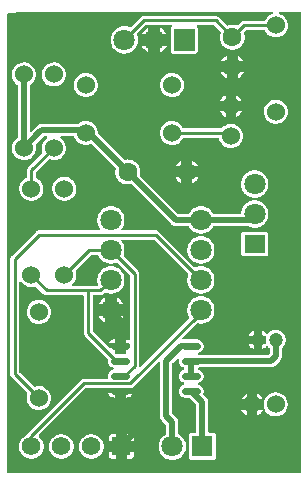
<source format=gbl>
G04 Layer: BottomLayer*
G04 EasyEDA v6.4.31, 2022-01-29 23:58:21*
G04 2823f7ec020141a2b4db78c869935daf,00a5ad12733442db97615573759eb5db,10*
G04 Gerber Generator version 0.2*
G04 Scale: 100 percent, Rotated: No, Reflected: No *
G04 Dimensions in millimeters *
G04 leading zeros omitted , absolute positions ,4 integer and 5 decimal *
%FSLAX45Y45*%
%MOMM*%

%ADD10C,0.2540*%
%ADD11C,0.5000*%
%ADD12C,1.6000*%
%ADD13C,1.8000*%
%ADD14R,1.8000X1.5748*%
%ADD15R,1.8000X1.8000*%
%ADD16C,1.2000*%
%ADD17C,1.5240*%
%ADD18R,1.5748X1.5748*%
%ADD19C,1.5748*%
%ADD20C,0.6000*%

%LPD*%
G36*
X36068Y50800D02*
G01*
X32156Y51562D01*
X28905Y53797D01*
X26670Y57048D01*
X25908Y60960D01*
X25908Y3939540D01*
X26670Y3943451D01*
X28905Y3946702D01*
X32156Y3948937D01*
X36068Y3949700D01*
X100584Y3949700D01*
X101396Y3950258D01*
X101701Y3954576D01*
X103784Y3958386D01*
X107238Y3960977D01*
X111455Y3961892D01*
X2265070Y3961892D01*
X2269134Y3961028D01*
X2272487Y3958640D01*
X2274671Y3955135D01*
X2275179Y3951020D01*
X2274062Y3947007D01*
X2271420Y3943807D01*
X2267762Y3941927D01*
X2265222Y3941216D01*
X2252675Y3935933D01*
X2240940Y3928973D01*
X2230221Y3920490D01*
X2220722Y3910685D01*
X2212644Y3899712D01*
X2206599Y3888689D01*
X2204313Y3885895D01*
X2201214Y3884066D01*
X2197709Y3883406D01*
X2031187Y3883406D01*
X2023160Y3882593D01*
X2015947Y3880408D01*
X2009292Y3876852D01*
X2003043Y3871722D01*
X1977389Y3846118D01*
X1974342Y3843985D01*
X1970684Y3843121D01*
X1966975Y3843680D01*
X1957781Y3846779D01*
X1944217Y3849471D01*
X1930400Y3850386D01*
X1916582Y3849471D01*
X1903018Y3846779D01*
X1893824Y3843680D01*
X1890115Y3843121D01*
X1886457Y3843985D01*
X1883359Y3846118D01*
X1816303Y3913124D01*
X1810105Y3918254D01*
X1803400Y3921810D01*
X1796186Y3923995D01*
X1788160Y3924808D01*
X1181608Y3924808D01*
X1173581Y3923995D01*
X1166368Y3921810D01*
X1159662Y3918254D01*
X1153464Y3913124D01*
X1070711Y3830421D01*
X1067460Y3828237D01*
X1063650Y3827424D01*
X1059789Y3828135D01*
X1051814Y3831336D01*
X1037691Y3834942D01*
X1023264Y3836771D01*
X1008735Y3836771D01*
X994308Y3834942D01*
X980186Y3831336D01*
X966673Y3825951D01*
X953922Y3818940D01*
X942136Y3810406D01*
X931519Y3800449D01*
X922223Y3789222D01*
X914450Y3776929D01*
X908253Y3763772D01*
X903732Y3749903D01*
X901039Y3735628D01*
X900125Y3721100D01*
X901039Y3706571D01*
X903732Y3692296D01*
X908253Y3678428D01*
X914450Y3665270D01*
X922223Y3652977D01*
X931519Y3641750D01*
X942136Y3631793D01*
X953922Y3623259D01*
X966673Y3616248D01*
X980186Y3610864D01*
X994308Y3607257D01*
X1008735Y3605428D01*
X1023264Y3605428D01*
X1037691Y3607257D01*
X1051814Y3610864D01*
X1065326Y3616248D01*
X1078077Y3623259D01*
X1089863Y3631793D01*
X1100480Y3641750D01*
X1109776Y3652977D01*
X1117549Y3665270D01*
X1123746Y3678428D01*
X1128268Y3692296D01*
X1130960Y3706571D01*
X1131874Y3721100D01*
X1130960Y3735628D01*
X1128268Y3749903D01*
X1123746Y3763772D01*
X1122476Y3768445D01*
X1123188Y3772509D01*
X1125423Y3775964D01*
X1194104Y3844594D01*
X1197406Y3846829D01*
X1201318Y3847592D01*
X1222044Y3847592D01*
X1225397Y3846931D01*
X1228801Y3847592D01*
X1311198Y3847592D01*
X1314602Y3846931D01*
X1317955Y3847592D01*
X1409649Y3847592D01*
X1413510Y3846829D01*
X1416812Y3844594D01*
X1419047Y3841343D01*
X1419809Y3837432D01*
X1419047Y3833520D01*
X1416812Y3830269D01*
X1413814Y3827221D01*
X1410716Y3822293D01*
X1408785Y3816858D01*
X1408074Y3810508D01*
X1408074Y3631692D01*
X1408785Y3625342D01*
X1410716Y3619906D01*
X1413814Y3614978D01*
X1417878Y3610914D01*
X1422806Y3607815D01*
X1428242Y3605885D01*
X1434592Y3605174D01*
X1613408Y3605174D01*
X1619758Y3605885D01*
X1625193Y3607815D01*
X1630121Y3610914D01*
X1634185Y3614978D01*
X1637283Y3619906D01*
X1639214Y3625342D01*
X1639925Y3631692D01*
X1639925Y3810508D01*
X1639214Y3816858D01*
X1637283Y3822293D01*
X1634185Y3827221D01*
X1631188Y3830269D01*
X1628952Y3833520D01*
X1628190Y3837432D01*
X1628952Y3841343D01*
X1631188Y3844594D01*
X1634489Y3846829D01*
X1638350Y3847592D01*
X1768449Y3847592D01*
X1772361Y3846829D01*
X1775663Y3844594D01*
X1828800Y3791508D01*
X1830882Y3788410D01*
X1831746Y3784752D01*
X1831238Y3781044D01*
X1828139Y3771900D01*
X1825396Y3758336D01*
X1824532Y3744518D01*
X1825396Y3730701D01*
X1828139Y3717086D01*
X1832559Y3703980D01*
X1838706Y3691534D01*
X1846376Y3680053D01*
X1855520Y3669639D01*
X1865934Y3660495D01*
X1877466Y3652824D01*
X1889861Y3646678D01*
X1903018Y3642207D01*
X1916582Y3639515D01*
X1930400Y3638600D01*
X1944217Y3639515D01*
X1957781Y3642207D01*
X1970938Y3646678D01*
X1983333Y3652824D01*
X1994865Y3660495D01*
X2005279Y3669639D01*
X2014423Y3680053D01*
X2022093Y3691534D01*
X2028240Y3703980D01*
X2032660Y3717086D01*
X2035403Y3730701D01*
X2036267Y3744518D01*
X2035403Y3758336D01*
X2032660Y3771900D01*
X2029561Y3781044D01*
X2029053Y3784752D01*
X2029917Y3788410D01*
X2032000Y3791508D01*
X2043734Y3803192D01*
X2047036Y3805428D01*
X2050897Y3806190D01*
X2197862Y3806190D01*
X2201621Y3805478D01*
X2204821Y3803396D01*
X2207056Y3800297D01*
X2209190Y3795725D01*
X2216505Y3784244D01*
X2225294Y3773830D01*
X2235454Y3764686D01*
X2246680Y3756964D01*
X2258822Y3750818D01*
X2271725Y3746347D01*
X2285085Y3743604D01*
X2298700Y3742690D01*
X2312314Y3743604D01*
X2325674Y3746347D01*
X2338578Y3750818D01*
X2350719Y3756964D01*
X2361946Y3764686D01*
X2372106Y3773830D01*
X2380894Y3784244D01*
X2388209Y3795725D01*
X2393950Y3808120D01*
X2398014Y3821125D01*
X2400249Y3834587D01*
X2400706Y3848201D01*
X2399385Y3861765D01*
X2396185Y3875024D01*
X2391308Y3887774D01*
X2384755Y3899712D01*
X2376678Y3910685D01*
X2367178Y3920490D01*
X2356459Y3928973D01*
X2344724Y3935933D01*
X2332177Y3941216D01*
X2329637Y3941927D01*
X2325979Y3943807D01*
X2323338Y3947007D01*
X2322220Y3951020D01*
X2322728Y3955135D01*
X2324912Y3958640D01*
X2328265Y3961028D01*
X2332329Y3961892D01*
X2503932Y3961892D01*
X2507843Y3961129D01*
X2511094Y3958894D01*
X2513330Y3955643D01*
X2514092Y3951732D01*
X2514092Y67208D01*
X2513330Y63296D01*
X2511094Y59994D01*
X2504897Y53797D01*
X2501595Y51562D01*
X2497683Y50800D01*
G37*

%LPC*%
G36*
X1586992Y163474D02*
G01*
X1765807Y163474D01*
X1772157Y164185D01*
X1777593Y166116D01*
X1782521Y169214D01*
X1786585Y173278D01*
X1789684Y178206D01*
X1791614Y183642D01*
X1792325Y189992D01*
X1792325Y368808D01*
X1791614Y375158D01*
X1789684Y380593D01*
X1786585Y385521D01*
X1782521Y389585D01*
X1777593Y392684D01*
X1772157Y394614D01*
X1765807Y395325D01*
X1737461Y395325D01*
X1733600Y396087D01*
X1730298Y398272D01*
X1728063Y401574D01*
X1727301Y405485D01*
X1727301Y655370D01*
X1727098Y660044D01*
X1726539Y664413D01*
X1725574Y668782D01*
X1724253Y672998D01*
X1722526Y677113D01*
X1720494Y681024D01*
X1718106Y684784D01*
X1715414Y688340D01*
X1712264Y691743D01*
X1686610Y717397D01*
X1684324Y720801D01*
X1683613Y724865D01*
X1687728Y739597D01*
X1688592Y749300D01*
X1687728Y759002D01*
X1685188Y768400D01*
X1681073Y777240D01*
X1675485Y785215D01*
X1668627Y792073D01*
X1660652Y797661D01*
X1651812Y801776D01*
X1647393Y802995D01*
X1643481Y805027D01*
X1640789Y808482D01*
X1639874Y812800D01*
X1640789Y817118D01*
X1643481Y820572D01*
X1647393Y822604D01*
X1651812Y823823D01*
X1660652Y827938D01*
X1668627Y833526D01*
X1675485Y840384D01*
X1681073Y848360D01*
X1685188Y857199D01*
X1687728Y866597D01*
X1688592Y876300D01*
X1687728Y886002D01*
X1685188Y895400D01*
X1681073Y904240D01*
X1675485Y912215D01*
X1668627Y919073D01*
X1660652Y924661D01*
X1651812Y928776D01*
X1647393Y929995D01*
X1643481Y932027D01*
X1640789Y935482D01*
X1639874Y939800D01*
X1640789Y944118D01*
X1643481Y947572D01*
X1647393Y949604D01*
X1653184Y951433D01*
X1657451Y952398D01*
X2260396Y952398D01*
X2265019Y952601D01*
X2269439Y953160D01*
X2273757Y954125D01*
X2278024Y955446D01*
X2282088Y957173D01*
X2286050Y959205D01*
X2289810Y961593D01*
X2293315Y964285D01*
X2296769Y967435D01*
X2334514Y1005230D01*
X2338019Y1009091D01*
X2340356Y1012190D01*
X2343048Y1016406D01*
X2344826Y1019860D01*
X2346706Y1024483D01*
X2347874Y1028192D01*
X2348890Y1033068D01*
X2349398Y1036929D01*
X2349601Y1042111D01*
X2348992Y1107490D01*
X2349449Y1110589D01*
X2350871Y1113434D01*
X2362403Y1124864D01*
X2369769Y1134668D01*
X2375611Y1145438D01*
X2379929Y1156919D01*
X2382520Y1168857D01*
X2383383Y1181100D01*
X2382520Y1193342D01*
X2379929Y1205280D01*
X2375611Y1216761D01*
X2369769Y1227531D01*
X2362403Y1237335D01*
X2353767Y1246022D01*
X2343912Y1253337D01*
X2333193Y1259230D01*
X2321712Y1263497D01*
X2309723Y1266088D01*
X2297480Y1267002D01*
X2285288Y1266088D01*
X2273300Y1263497D01*
X2261819Y1259230D01*
X2251049Y1253337D01*
X2241245Y1246022D01*
X2232609Y1237335D01*
X2230628Y1234694D01*
X2227884Y1232204D01*
X2224379Y1230833D01*
X2220620Y1230833D01*
X2217115Y1232204D01*
X2214372Y1234694D01*
X2212390Y1237335D01*
X2203754Y1246022D01*
X2193950Y1253337D01*
X2183841Y1258874D01*
X2183841Y1217472D01*
X2205126Y1217472D01*
X2209495Y1216456D01*
X2213051Y1213662D01*
X2215032Y1209649D01*
X2215083Y1205128D01*
X2212492Y1193342D01*
X2211628Y1181100D01*
X2212492Y1168857D01*
X2215083Y1157071D01*
X2215032Y1152550D01*
X2213051Y1148537D01*
X2209495Y1145743D01*
X2205126Y1144727D01*
X2183841Y1144727D01*
X2183841Y1103325D01*
X2193950Y1108862D01*
X2203754Y1116177D01*
X2212390Y1124864D01*
X2214372Y1127506D01*
X2217115Y1129995D01*
X2220620Y1131366D01*
X2224379Y1131366D01*
X2227884Y1129995D01*
X2230628Y1127506D01*
X2232609Y1124864D01*
X2241245Y1116177D01*
X2245309Y1112570D01*
X2246680Y1109827D01*
X2247188Y1106779D01*
X2247544Y1066546D01*
X2246782Y1062634D01*
X2244598Y1059281D01*
X2242464Y1057198D01*
X2239213Y1054963D01*
X2235301Y1054201D01*
X1657451Y1054201D01*
X1653184Y1055166D01*
X1647393Y1056995D01*
X1643481Y1059027D01*
X1640789Y1062482D01*
X1639874Y1066800D01*
X1640789Y1071118D01*
X1643481Y1074572D01*
X1647393Y1076604D01*
X1651812Y1077823D01*
X1660652Y1081938D01*
X1668627Y1087526D01*
X1675485Y1094384D01*
X1681073Y1102360D01*
X1685188Y1111199D01*
X1687728Y1120597D01*
X1688592Y1130300D01*
X1687728Y1140002D01*
X1685188Y1149400D01*
X1681073Y1158240D01*
X1675485Y1166215D01*
X1668627Y1173073D01*
X1660652Y1178661D01*
X1651812Y1182776D01*
X1642414Y1185316D01*
X1632254Y1186230D01*
X1533144Y1186230D01*
X1522984Y1185316D01*
X1521307Y1184859D01*
X1516888Y1184656D01*
X1512824Y1186332D01*
X1509877Y1189583D01*
X1508556Y1193800D01*
X1509115Y1198168D01*
X1511452Y1201877D01*
X1629054Y1319428D01*
X1631899Y1321460D01*
X1635302Y1322374D01*
X1638757Y1322070D01*
X1642008Y1321257D01*
X1656435Y1319428D01*
X1670964Y1319428D01*
X1685391Y1321257D01*
X1699514Y1324864D01*
X1713026Y1330248D01*
X1725777Y1337259D01*
X1737563Y1345793D01*
X1748180Y1355750D01*
X1757476Y1366977D01*
X1765249Y1379270D01*
X1771446Y1392428D01*
X1775968Y1406296D01*
X1778660Y1420571D01*
X1779574Y1435100D01*
X1778660Y1449628D01*
X1775968Y1463903D01*
X1771446Y1477772D01*
X1765249Y1490929D01*
X1757476Y1503222D01*
X1748180Y1514449D01*
X1737563Y1524406D01*
X1725777Y1532940D01*
X1713026Y1539951D01*
X1699514Y1545336D01*
X1685391Y1548942D01*
X1670964Y1550771D01*
X1656435Y1550771D01*
X1642008Y1548942D01*
X1627886Y1545336D01*
X1614373Y1539951D01*
X1601622Y1532940D01*
X1589836Y1524406D01*
X1579219Y1514449D01*
X1569923Y1503222D01*
X1562150Y1490929D01*
X1555953Y1477772D01*
X1551432Y1463903D01*
X1548739Y1449628D01*
X1547825Y1435100D01*
X1548739Y1420571D01*
X1551432Y1406296D01*
X1555953Y1392428D01*
X1562150Y1379270D01*
X1564589Y1375410D01*
X1565910Y1372260D01*
X1566113Y1368856D01*
X1565198Y1365554D01*
X1563217Y1362760D01*
X1158849Y958443D01*
X1155598Y956259D01*
X1151686Y955497D01*
X1147775Y956259D01*
X1144524Y958443D01*
X1142288Y961745D01*
X1141526Y965657D01*
X1141526Y1741373D01*
X1140714Y1749399D01*
X1138529Y1756613D01*
X1134973Y1763318D01*
X1129842Y1769516D01*
X1011123Y1888236D01*
X1008887Y1891690D01*
X1008176Y1895754D01*
X1009446Y1900428D01*
X1013968Y1914296D01*
X1016660Y1928571D01*
X1017574Y1943100D01*
X1016660Y1957628D01*
X1013968Y1971903D01*
X1009446Y1985772D01*
X1003249Y1998929D01*
X995476Y2011222D01*
X992428Y2014880D01*
X990600Y2018182D01*
X990142Y2021992D01*
X991057Y2025650D01*
X993343Y2028748D01*
X996543Y2030780D01*
X1000252Y2031492D01*
X1262481Y2031492D01*
X1266393Y2030730D01*
X1269695Y2028494D01*
X1554276Y1743964D01*
X1556512Y1740509D01*
X1557223Y1736445D01*
X1555953Y1731772D01*
X1551432Y1717903D01*
X1548739Y1703628D01*
X1547825Y1689100D01*
X1548739Y1674571D01*
X1551432Y1660296D01*
X1555953Y1646428D01*
X1562150Y1633270D01*
X1569923Y1620977D01*
X1579219Y1609750D01*
X1589836Y1599793D01*
X1601622Y1591259D01*
X1614373Y1584248D01*
X1627886Y1578864D01*
X1642008Y1575257D01*
X1656435Y1573428D01*
X1670964Y1573428D01*
X1685391Y1575257D01*
X1699514Y1578864D01*
X1713026Y1584248D01*
X1725777Y1591259D01*
X1737563Y1599793D01*
X1748180Y1609750D01*
X1757476Y1620977D01*
X1765249Y1633270D01*
X1771446Y1646428D01*
X1775968Y1660296D01*
X1778660Y1674571D01*
X1779574Y1689100D01*
X1778660Y1703628D01*
X1775968Y1717903D01*
X1771446Y1731772D01*
X1765249Y1744929D01*
X1757476Y1757222D01*
X1748180Y1768449D01*
X1737563Y1778406D01*
X1725777Y1786940D01*
X1713026Y1793951D01*
X1699514Y1799336D01*
X1685391Y1802942D01*
X1670964Y1804771D01*
X1656435Y1804771D01*
X1642008Y1802942D01*
X1627886Y1799336D01*
X1619910Y1796135D01*
X1616049Y1795424D01*
X1612239Y1796237D01*
X1608988Y1798421D01*
X1310335Y2097024D01*
X1304137Y2102154D01*
X1297432Y2105710D01*
X1290218Y2107895D01*
X1282192Y2108708D01*
X1000252Y2108708D01*
X996543Y2109419D01*
X993343Y2111451D01*
X991057Y2114550D01*
X990142Y2118207D01*
X990600Y2122017D01*
X992428Y2125319D01*
X995476Y2128977D01*
X1003249Y2141270D01*
X1009446Y2154428D01*
X1013968Y2168296D01*
X1016660Y2182571D01*
X1017574Y2197100D01*
X1016660Y2211628D01*
X1013968Y2225903D01*
X1009446Y2239772D01*
X1003249Y2252929D01*
X995476Y2265222D01*
X986180Y2276449D01*
X975563Y2286406D01*
X963777Y2294940D01*
X951026Y2301951D01*
X937514Y2307336D01*
X923391Y2310942D01*
X908964Y2312771D01*
X894435Y2312771D01*
X880008Y2310942D01*
X865886Y2307336D01*
X852373Y2301951D01*
X839622Y2294940D01*
X827836Y2286406D01*
X817219Y2276449D01*
X807923Y2265222D01*
X800150Y2252929D01*
X793953Y2239772D01*
X789432Y2225903D01*
X786739Y2211628D01*
X785825Y2197100D01*
X786739Y2182571D01*
X789432Y2168296D01*
X793953Y2154428D01*
X800150Y2141270D01*
X807923Y2128977D01*
X810971Y2125319D01*
X812800Y2122017D01*
X813257Y2118207D01*
X812342Y2114550D01*
X810056Y2111451D01*
X806856Y2109419D01*
X803148Y2108708D01*
X292608Y2108708D01*
X284581Y2107895D01*
X277368Y2105710D01*
X270662Y2102154D01*
X264464Y2097024D01*
X61976Y1894535D01*
X56845Y1888337D01*
X53289Y1881632D01*
X51104Y1874418D01*
X50292Y1866392D01*
X50292Y892810D01*
X51104Y884783D01*
X53289Y877569D01*
X56845Y870864D01*
X61976Y864666D01*
X193446Y733145D01*
X195529Y730148D01*
X196392Y726592D01*
X195935Y722985D01*
X192786Y712774D01*
X190550Y699312D01*
X190093Y685698D01*
X191414Y672134D01*
X194614Y658876D01*
X199491Y646125D01*
X206044Y634187D01*
X214121Y623214D01*
X223621Y613410D01*
X234340Y604926D01*
X246075Y597966D01*
X258622Y592683D01*
X271780Y589076D01*
X285292Y587248D01*
X298907Y587248D01*
X312420Y589076D01*
X325577Y592683D01*
X338124Y597966D01*
X349859Y604926D01*
X360578Y613410D01*
X370078Y623214D01*
X378155Y634187D01*
X384708Y646125D01*
X389585Y658876D01*
X392785Y672134D01*
X394106Y685698D01*
X393649Y699312D01*
X391414Y712774D01*
X387350Y725779D01*
X381609Y738174D01*
X374294Y749655D01*
X365506Y760069D01*
X355346Y769213D01*
X344119Y776935D01*
X331978Y783082D01*
X319074Y787552D01*
X305714Y790295D01*
X292100Y791159D01*
X278485Y790295D01*
X265125Y787552D01*
X258622Y785317D01*
X254863Y784758D01*
X251206Y785571D01*
X248107Y787704D01*
X130505Y905306D01*
X128270Y908608D01*
X127508Y912520D01*
X127508Y1664766D01*
X128422Y1668983D01*
X131013Y1672437D01*
X134823Y1674520D01*
X139141Y1674825D01*
X143205Y1673301D01*
X146405Y1669948D01*
X155194Y1659534D01*
X165354Y1650390D01*
X176580Y1642668D01*
X188722Y1636522D01*
X201625Y1632051D01*
X214985Y1629359D01*
X228600Y1628444D01*
X242214Y1629359D01*
X255574Y1632051D01*
X262077Y1634337D01*
X265836Y1634845D01*
X269494Y1634032D01*
X272592Y1631899D01*
X331266Y1573276D01*
X337464Y1568145D01*
X344170Y1564589D01*
X351383Y1562404D01*
X359410Y1561592D01*
X662432Y1561592D01*
X666343Y1560830D01*
X669594Y1558594D01*
X671830Y1555343D01*
X672592Y1551432D01*
X672592Y1240790D01*
X673404Y1232763D01*
X675589Y1225550D01*
X679145Y1218844D01*
X684276Y1212646D01*
X874826Y1022045D01*
X877214Y1018336D01*
X877773Y1013968D01*
X876808Y1003300D01*
X877671Y993597D01*
X880211Y984199D01*
X884326Y975360D01*
X889914Y967384D01*
X896772Y960526D01*
X904748Y954938D01*
X913587Y950823D01*
X918006Y949604D01*
X921918Y947572D01*
X924610Y944118D01*
X925525Y939800D01*
X924610Y935482D01*
X921918Y932027D01*
X918006Y929995D01*
X913587Y928776D01*
X904748Y924661D01*
X896772Y919073D01*
X889914Y912215D01*
X884326Y904240D01*
X880211Y895400D01*
X877671Y886002D01*
X876808Y876300D01*
X877671Y866597D01*
X878332Y864209D01*
X878636Y860501D01*
X877569Y856945D01*
X875284Y853998D01*
X872134Y852068D01*
X868527Y851408D01*
X673608Y851408D01*
X665581Y850595D01*
X658368Y848410D01*
X651662Y844854D01*
X645464Y839724D01*
X201676Y395935D01*
X196545Y389737D01*
X190550Y378002D01*
X187299Y375462D01*
X176276Y370027D01*
X164896Y362407D01*
X154635Y353364D01*
X145592Y343103D01*
X137972Y331724D01*
X131927Y319430D01*
X127558Y306476D01*
X124866Y293065D01*
X123952Y279400D01*
X124866Y265734D01*
X127558Y252323D01*
X131927Y239369D01*
X137972Y227075D01*
X145592Y215696D01*
X154635Y205435D01*
X164896Y196392D01*
X176276Y188772D01*
X188569Y182727D01*
X201523Y178358D01*
X214934Y175666D01*
X228600Y174752D01*
X242265Y175666D01*
X255676Y178358D01*
X268630Y182727D01*
X280924Y188772D01*
X292303Y196392D01*
X302564Y205435D01*
X311607Y215696D01*
X319227Y227075D01*
X325272Y239369D01*
X329641Y252323D01*
X332333Y265734D01*
X333248Y279400D01*
X332333Y293065D01*
X329641Y306476D01*
X325272Y319430D01*
X319227Y331724D01*
X311607Y343103D01*
X302564Y353364D01*
X292455Y362254D01*
X289966Y365556D01*
X289001Y369570D01*
X289712Y373634D01*
X291998Y377088D01*
X686104Y771194D01*
X689406Y773430D01*
X693318Y774192D01*
X868527Y774192D01*
X872744Y773277D01*
X876198Y770636D01*
X938784Y770636D01*
X942289Y773277D01*
X946505Y774192D01*
X1018895Y774192D01*
X1023112Y773277D01*
X1026617Y770636D01*
X1084630Y770636D01*
X1084732Y774141D01*
X1086002Y777392D01*
X1088288Y780034D01*
X1095502Y785876D01*
X1303324Y993749D01*
X1306626Y995934D01*
X1310538Y996696D01*
X1314399Y995934D01*
X1317701Y993749D01*
X1319936Y990447D01*
X1320698Y986536D01*
X1320698Y533603D01*
X1320901Y528980D01*
X1321460Y524560D01*
X1322425Y520242D01*
X1323746Y515975D01*
X1325473Y511911D01*
X1327505Y507949D01*
X1329893Y504190D01*
X1332585Y500684D01*
X1335735Y497230D01*
X1368501Y464464D01*
X1370736Y461213D01*
X1371498Y457301D01*
X1371498Y389382D01*
X1370838Y385876D01*
X1369009Y382778D01*
X1366215Y380492D01*
X1360322Y377240D01*
X1348536Y368706D01*
X1337919Y358749D01*
X1328623Y347522D01*
X1320850Y335229D01*
X1314653Y322072D01*
X1310132Y308203D01*
X1307439Y293928D01*
X1306525Y279400D01*
X1307439Y264871D01*
X1310132Y250596D01*
X1314653Y236728D01*
X1320850Y223570D01*
X1328623Y211277D01*
X1337919Y200050D01*
X1348536Y190093D01*
X1360322Y181559D01*
X1373073Y174548D01*
X1386586Y169164D01*
X1400708Y165557D01*
X1415135Y163728D01*
X1429664Y163728D01*
X1444091Y165557D01*
X1458214Y169164D01*
X1471726Y174548D01*
X1484477Y181559D01*
X1496263Y190093D01*
X1506880Y200050D01*
X1516176Y211277D01*
X1523949Y223570D01*
X1530146Y236728D01*
X1534668Y250596D01*
X1537360Y264871D01*
X1538274Y279400D01*
X1537360Y293928D01*
X1534668Y308203D01*
X1530146Y322072D01*
X1523949Y335229D01*
X1516176Y347522D01*
X1506880Y358749D01*
X1496263Y368706D01*
X1484477Y377240D01*
X1478584Y380492D01*
X1475790Y382778D01*
X1473962Y385876D01*
X1473301Y389382D01*
X1473301Y482396D01*
X1473098Y487019D01*
X1472539Y491439D01*
X1471574Y495757D01*
X1470253Y500024D01*
X1468526Y504088D01*
X1466494Y508050D01*
X1464106Y511809D01*
X1461414Y515315D01*
X1458264Y518769D01*
X1425498Y551535D01*
X1423263Y554786D01*
X1422501Y558698D01*
X1422501Y978001D01*
X1423263Y981913D01*
X1425498Y985164D01*
X1460296Y1019962D01*
X1463700Y1022248D01*
X1467764Y1022959D01*
X1471777Y1021994D01*
X1475028Y1019556D01*
X1477111Y1016000D01*
X1477568Y1011936D01*
X1476806Y1003300D01*
X1477670Y993597D01*
X1480210Y984199D01*
X1484325Y975360D01*
X1489913Y967384D01*
X1496771Y960526D01*
X1504746Y954938D01*
X1513586Y950823D01*
X1518005Y949604D01*
X1521917Y947572D01*
X1524609Y944118D01*
X1525524Y939800D01*
X1524609Y935482D01*
X1521917Y932027D01*
X1518005Y929995D01*
X1513586Y928776D01*
X1504746Y924661D01*
X1496771Y919073D01*
X1489913Y912215D01*
X1484325Y904240D01*
X1480210Y895400D01*
X1477670Y886002D01*
X1476806Y876300D01*
X1477670Y866597D01*
X1480210Y857199D01*
X1484325Y848360D01*
X1489913Y840384D01*
X1496771Y833526D01*
X1504746Y827938D01*
X1513586Y823823D01*
X1518005Y822604D01*
X1521917Y820572D01*
X1524609Y817118D01*
X1525524Y812800D01*
X1524609Y808482D01*
X1521917Y805027D01*
X1518005Y802995D01*
X1513586Y801776D01*
X1504746Y797661D01*
X1496771Y792073D01*
X1489913Y785215D01*
X1484325Y777240D01*
X1480210Y768400D01*
X1477670Y759002D01*
X1476806Y749300D01*
X1477670Y739597D01*
X1480210Y730199D01*
X1484325Y721360D01*
X1489913Y713384D01*
X1496771Y706526D01*
X1504746Y700938D01*
X1513586Y696823D01*
X1522984Y694283D01*
X1533144Y693369D01*
X1562404Y693369D01*
X1566316Y692607D01*
X1569567Y690422D01*
X1622501Y637489D01*
X1624736Y634187D01*
X1625498Y630326D01*
X1625498Y405485D01*
X1624736Y401574D01*
X1622501Y398272D01*
X1619199Y396087D01*
X1615338Y395325D01*
X1586992Y395325D01*
X1580642Y394614D01*
X1575206Y392684D01*
X1570278Y389585D01*
X1566214Y385521D01*
X1563116Y380593D01*
X1561185Y375158D01*
X1560474Y368808D01*
X1560474Y189992D01*
X1561185Y183642D01*
X1563116Y178206D01*
X1566214Y173278D01*
X1570278Y169214D01*
X1575206Y166116D01*
X1580642Y164185D01*
G37*
G36*
X1036319Y174752D02*
G01*
X1068781Y174752D01*
X1075080Y175463D01*
X1080566Y177393D01*
X1085443Y180441D01*
X1089558Y184556D01*
X1092606Y189433D01*
X1094536Y194919D01*
X1095248Y201218D01*
X1095248Y233679D01*
X1036319Y233679D01*
G37*
G36*
X912418Y174752D02*
G01*
X944880Y174752D01*
X944880Y233679D01*
X885952Y233679D01*
X885952Y201218D01*
X886663Y194919D01*
X888593Y189433D01*
X891641Y184556D01*
X895756Y180441D01*
X900633Y177393D01*
X906119Y175463D01*
G37*
G36*
X736600Y174752D02*
G01*
X750265Y175666D01*
X763676Y178358D01*
X776630Y182727D01*
X788924Y188772D01*
X800303Y196392D01*
X810564Y205435D01*
X819607Y215696D01*
X827227Y227075D01*
X833272Y239369D01*
X837641Y252323D01*
X840333Y265734D01*
X841248Y279400D01*
X840333Y293065D01*
X837641Y306476D01*
X833272Y319430D01*
X827227Y331724D01*
X819607Y343103D01*
X810564Y353364D01*
X800303Y362407D01*
X788924Y370027D01*
X776630Y376072D01*
X763676Y380441D01*
X750265Y383133D01*
X736600Y384048D01*
X722934Y383133D01*
X709523Y380441D01*
X696569Y376072D01*
X684276Y370027D01*
X672896Y362407D01*
X662635Y353364D01*
X653592Y343103D01*
X645972Y331724D01*
X639927Y319430D01*
X635558Y306476D01*
X632866Y293065D01*
X631952Y279400D01*
X632866Y265734D01*
X635558Y252323D01*
X639927Y239369D01*
X645972Y227075D01*
X653592Y215696D01*
X662635Y205435D01*
X672896Y196392D01*
X684276Y188772D01*
X696569Y182727D01*
X709523Y178358D01*
X722934Y175666D01*
G37*
G36*
X482600Y174752D02*
G01*
X496265Y175666D01*
X509676Y178358D01*
X522630Y182727D01*
X534924Y188772D01*
X546303Y196392D01*
X556564Y205435D01*
X565607Y215696D01*
X573227Y227075D01*
X579272Y239369D01*
X583641Y252323D01*
X586333Y265734D01*
X587248Y279400D01*
X586333Y293065D01*
X583641Y306476D01*
X579272Y319430D01*
X573227Y331724D01*
X565607Y343103D01*
X556564Y353364D01*
X546303Y362407D01*
X534924Y370027D01*
X522630Y376072D01*
X509676Y380441D01*
X496265Y383133D01*
X482600Y384048D01*
X468934Y383133D01*
X455523Y380441D01*
X442569Y376072D01*
X430276Y370027D01*
X418896Y362407D01*
X408635Y353364D01*
X399592Y343103D01*
X391972Y331724D01*
X385927Y319430D01*
X381558Y306476D01*
X378866Y293065D01*
X377952Y279400D01*
X378866Y265734D01*
X381558Y252323D01*
X385927Y239369D01*
X391972Y227075D01*
X399592Y215696D01*
X408635Y205435D01*
X418896Y196392D01*
X430276Y188772D01*
X442569Y182727D01*
X455523Y178358D01*
X468934Y175666D01*
G37*
G36*
X1036319Y325120D02*
G01*
X1095248Y325120D01*
X1095248Y357581D01*
X1094536Y363880D01*
X1092606Y369366D01*
X1089558Y374243D01*
X1085443Y378358D01*
X1080566Y381406D01*
X1075080Y383336D01*
X1068781Y384048D01*
X1036319Y384048D01*
G37*
G36*
X885952Y325120D02*
G01*
X944880Y325120D01*
X944880Y384048D01*
X912418Y384048D01*
X906119Y383336D01*
X900633Y381406D01*
X895756Y378358D01*
X891641Y374243D01*
X888593Y369366D01*
X886663Y363880D01*
X885952Y357581D01*
G37*
G36*
X2300579Y532993D02*
G01*
X2314143Y534314D01*
X2327402Y537514D01*
X2340152Y542391D01*
X2352090Y548944D01*
X2363063Y557022D01*
X2372868Y566521D01*
X2381351Y577240D01*
X2388311Y588975D01*
X2393594Y601522D01*
X2397201Y614680D01*
X2399030Y628192D01*
X2399030Y641807D01*
X2397201Y655320D01*
X2393594Y668477D01*
X2388311Y681024D01*
X2381351Y692759D01*
X2372868Y703478D01*
X2363063Y712978D01*
X2352090Y721055D01*
X2340152Y727608D01*
X2327402Y732485D01*
X2314143Y735685D01*
X2300579Y737006D01*
X2286965Y736549D01*
X2273503Y734314D01*
X2260498Y730250D01*
X2248103Y724509D01*
X2236622Y717194D01*
X2226208Y708406D01*
X2217064Y698246D01*
X2209342Y687019D01*
X2206294Y681024D01*
X2203551Y677672D01*
X2199690Y675792D01*
X2198166Y675741D01*
X2199741Y673506D01*
X2200656Y669747D01*
X2200097Y665937D01*
X2198725Y661974D01*
X2195982Y648614D01*
X2195068Y635000D01*
X2195982Y621385D01*
X2198725Y608025D01*
X2200097Y604062D01*
X2200656Y600252D01*
X2199741Y596493D01*
X2198166Y594309D01*
X2199741Y594258D01*
X2203602Y592328D01*
X2206294Y588975D01*
X2209342Y582980D01*
X2217064Y571754D01*
X2226208Y561594D01*
X2236622Y552805D01*
X2248103Y545490D01*
X2260498Y539750D01*
X2273503Y535686D01*
X2286965Y533450D01*
G37*
G36*
X2141474Y543204D02*
G01*
X2151938Y548944D01*
X2162911Y557022D01*
X2172716Y566521D01*
X2181199Y577240D01*
X2188514Y589584D01*
X2189378Y590550D01*
X2141474Y590550D01*
G37*
G36*
X2052574Y543356D02*
G01*
X2052574Y590550D01*
X2005380Y590550D01*
X2009190Y582980D01*
X2016912Y571754D01*
X2026056Y561594D01*
X2036470Y552805D01*
X2047951Y545490D01*
G37*
G36*
X2005380Y679450D02*
G01*
X2052574Y679450D01*
X2052574Y726643D01*
X2047951Y724509D01*
X2036470Y717194D01*
X2026056Y708406D01*
X2016912Y698246D01*
X2009190Y687019D01*
G37*
G36*
X2141474Y679450D02*
G01*
X2189429Y679450D01*
X2188464Y680466D01*
X2181199Y692759D01*
X2172716Y703478D01*
X2162911Y712978D01*
X2151938Y721055D01*
X2141474Y726795D01*
G37*
G36*
X933145Y693369D02*
G01*
X936345Y693369D01*
X936345Y727964D01*
X881227Y727964D01*
X884326Y721360D01*
X889914Y713384D01*
X896772Y706526D01*
X904748Y700938D01*
X913587Y696823D01*
X922985Y694283D01*
G37*
G36*
X1029055Y693369D02*
G01*
X1032256Y693369D01*
X1042416Y694283D01*
X1051814Y696823D01*
X1060653Y700938D01*
X1068628Y706526D01*
X1075486Y713384D01*
X1081074Y721360D01*
X1084173Y727964D01*
X1029055Y727964D01*
G37*
G36*
X2111146Y1103325D02*
G01*
X2111146Y1144727D01*
X2069744Y1144727D01*
X2075230Y1134668D01*
X2082596Y1124864D01*
X2091232Y1116177D01*
X2101088Y1108862D01*
G37*
G36*
X2069744Y1217472D02*
G01*
X2111146Y1217472D01*
X2111146Y1258874D01*
X2101088Y1253337D01*
X2091232Y1246022D01*
X2082596Y1237335D01*
X2075230Y1227531D01*
G37*
G36*
X285292Y1317244D02*
G01*
X298907Y1317244D01*
X312420Y1319072D01*
X325577Y1322628D01*
X338124Y1327962D01*
X349859Y1334922D01*
X360578Y1343355D01*
X370078Y1353159D01*
X378155Y1364183D01*
X384708Y1376121D01*
X389585Y1388821D01*
X392785Y1402130D01*
X394106Y1415694D01*
X393649Y1429308D01*
X391414Y1442770D01*
X387350Y1455775D01*
X381609Y1468170D01*
X374294Y1479651D01*
X365506Y1490065D01*
X355346Y1499209D01*
X344119Y1506931D01*
X331978Y1513078D01*
X319074Y1517548D01*
X305714Y1520240D01*
X292100Y1521155D01*
X278485Y1520240D01*
X265125Y1517548D01*
X252221Y1513078D01*
X240080Y1506931D01*
X228854Y1499209D01*
X218694Y1490065D01*
X209905Y1479651D01*
X202590Y1468170D01*
X196850Y1455775D01*
X192786Y1442770D01*
X190550Y1429308D01*
X190093Y1415694D01*
X191414Y1402130D01*
X194614Y1388821D01*
X199491Y1376121D01*
X206044Y1364183D01*
X214121Y1353159D01*
X223621Y1343355D01*
X234340Y1334922D01*
X246075Y1327962D01*
X258622Y1322628D01*
X271780Y1319072D01*
G37*
G36*
X1656435Y1827428D02*
G01*
X1670964Y1827428D01*
X1685391Y1829257D01*
X1699514Y1832864D01*
X1713026Y1838248D01*
X1725777Y1845259D01*
X1737563Y1853793D01*
X1748180Y1863750D01*
X1757476Y1874977D01*
X1765249Y1887270D01*
X1771446Y1900428D01*
X1775968Y1914296D01*
X1778660Y1928571D01*
X1779574Y1943100D01*
X1778660Y1957628D01*
X1775968Y1971903D01*
X1771446Y1985772D01*
X1765249Y1998929D01*
X1757476Y2011222D01*
X1748180Y2022449D01*
X1737563Y2032406D01*
X1725777Y2040940D01*
X1713026Y2047951D01*
X1699514Y2053336D01*
X1685391Y2056942D01*
X1670964Y2058771D01*
X1656435Y2058771D01*
X1642008Y2056942D01*
X1627886Y2053336D01*
X1614373Y2047951D01*
X1601622Y2040940D01*
X1589836Y2032406D01*
X1579219Y2022449D01*
X1569923Y2011222D01*
X1562150Y1998929D01*
X1555953Y1985772D01*
X1551432Y1971903D01*
X1548739Y1957628D01*
X1547825Y1943100D01*
X1548739Y1928571D01*
X1551432Y1914296D01*
X1555953Y1900428D01*
X1562150Y1887270D01*
X1569923Y1874977D01*
X1579219Y1863750D01*
X1589836Y1853793D01*
X1601622Y1845259D01*
X1614373Y1838248D01*
X1627886Y1832864D01*
X1642008Y1829257D01*
G37*
G36*
X2031492Y1889252D02*
G01*
X2210308Y1889252D01*
X2216658Y1889963D01*
X2222093Y1891893D01*
X2227021Y1894941D01*
X2231085Y1899056D01*
X2234184Y1903933D01*
X2236114Y1909419D01*
X2236825Y1915718D01*
X2236825Y2072081D01*
X2236114Y2078380D01*
X2234184Y2083866D01*
X2231085Y2088743D01*
X2227021Y2092858D01*
X2222093Y2095906D01*
X2216658Y2097836D01*
X2210308Y2098548D01*
X2031492Y2098548D01*
X2025142Y2097836D01*
X2019706Y2095906D01*
X2014778Y2092858D01*
X2010714Y2088743D01*
X2007616Y2083866D01*
X2005685Y2078380D01*
X2004974Y2072081D01*
X2004974Y1915718D01*
X2005685Y1909419D01*
X2007616Y1903933D01*
X2010714Y1899056D01*
X2014778Y1894941D01*
X2019706Y1891893D01*
X2025142Y1889963D01*
G37*
G36*
X1656435Y2081428D02*
G01*
X1670964Y2081428D01*
X1685391Y2083257D01*
X1699514Y2086864D01*
X1713026Y2092248D01*
X1725777Y2099259D01*
X1737563Y2107793D01*
X1748180Y2117750D01*
X1757476Y2128977D01*
X1765401Y2141474D01*
X1767636Y2144014D01*
X1770634Y2145639D01*
X1773986Y2146198D01*
X2063140Y2146198D01*
X2067458Y2145233D01*
X2078228Y2140153D01*
X2092096Y2135632D01*
X2106371Y2132939D01*
X2120900Y2132025D01*
X2135428Y2132939D01*
X2149703Y2135632D01*
X2163572Y2140153D01*
X2176729Y2146350D01*
X2189022Y2154123D01*
X2200249Y2163419D01*
X2210206Y2174036D01*
X2218740Y2185822D01*
X2225751Y2198573D01*
X2231136Y2212086D01*
X2234742Y2226208D01*
X2236571Y2240635D01*
X2236571Y2255164D01*
X2234742Y2269591D01*
X2231136Y2283714D01*
X2225751Y2297226D01*
X2218740Y2309977D01*
X2210206Y2321763D01*
X2200249Y2332380D01*
X2189022Y2341676D01*
X2176729Y2349449D01*
X2163572Y2355646D01*
X2149703Y2360168D01*
X2135428Y2362860D01*
X2120900Y2363774D01*
X2106371Y2362860D01*
X2092096Y2360168D01*
X2078228Y2355646D01*
X2065070Y2349449D01*
X2052777Y2341676D01*
X2041550Y2332380D01*
X2031593Y2321763D01*
X2023059Y2309977D01*
X2016048Y2297226D01*
X2010664Y2283714D01*
X2007057Y2269591D01*
X2005482Y2256891D01*
X2004364Y2253437D01*
X2002078Y2250541D01*
X1998980Y2248662D01*
X1995373Y2248001D01*
X1773986Y2248001D01*
X1770634Y2248560D01*
X1767636Y2250186D01*
X1765401Y2252726D01*
X1757476Y2265222D01*
X1748180Y2276449D01*
X1737563Y2286406D01*
X1725777Y2294940D01*
X1713026Y2301951D01*
X1699514Y2307336D01*
X1685391Y2310942D01*
X1670964Y2312771D01*
X1656435Y2312771D01*
X1642008Y2310942D01*
X1627886Y2307336D01*
X1614373Y2301951D01*
X1601622Y2294940D01*
X1589836Y2286406D01*
X1579219Y2276449D01*
X1569923Y2265222D01*
X1561998Y2252726D01*
X1559763Y2250186D01*
X1556766Y2248560D01*
X1553413Y2248001D01*
X1477111Y2248001D01*
X1473200Y2248763D01*
X1469948Y2250998D01*
X1151026Y2569870D01*
X1149096Y2572562D01*
X1148130Y2575712D01*
X1148232Y2579065D01*
X1150366Y2589682D01*
X1151280Y2603500D01*
X1150366Y2617317D01*
X1147673Y2630881D01*
X1143203Y2644038D01*
X1137107Y2656433D01*
X1129385Y2667965D01*
X1120241Y2678379D01*
X1109827Y2687523D01*
X1098346Y2695194D01*
X1085900Y2701340D01*
X1072794Y2705760D01*
X1059230Y2708503D01*
X1045413Y2709367D01*
X1031544Y2708503D01*
X1020927Y2706370D01*
X1017625Y2706268D01*
X1014476Y2707233D01*
X1011783Y2709164D01*
X794156Y2926740D01*
X792124Y2929737D01*
X791210Y2933242D01*
X790295Y2947314D01*
X787552Y2960674D01*
X783082Y2973578D01*
X776935Y2985719D01*
X769213Y2996946D01*
X760069Y3007106D01*
X749655Y3015894D01*
X738174Y3023209D01*
X725779Y3028950D01*
X712774Y3033014D01*
X699312Y3035249D01*
X685698Y3035706D01*
X672134Y3034385D01*
X658876Y3031185D01*
X646125Y3026308D01*
X634187Y3019755D01*
X623620Y3011982D01*
X620776Y3010509D01*
X617626Y3010001D01*
X317703Y3010001D01*
X313080Y3009798D01*
X308660Y3009239D01*
X304342Y3008274D01*
X300075Y3006953D01*
X296011Y3005226D01*
X292049Y3003194D01*
X288290Y3000806D01*
X284784Y2998114D01*
X281330Y2994964D01*
X233375Y2946958D01*
X230073Y2944723D01*
X226161Y2943961D01*
X222300Y2944723D01*
X218998Y2946958D01*
X216763Y2950260D01*
X216001Y2954121D01*
X216001Y3335070D01*
X216560Y3338423D01*
X218186Y3341370D01*
X220725Y3343656D01*
X225653Y3346805D01*
X236067Y3355594D01*
X245211Y3365754D01*
X252933Y3376980D01*
X259079Y3389122D01*
X263550Y3402025D01*
X266293Y3415385D01*
X267208Y3429000D01*
X266293Y3442614D01*
X263550Y3455974D01*
X259079Y3468878D01*
X252933Y3481019D01*
X245211Y3492246D01*
X236067Y3502406D01*
X225653Y3511194D01*
X214172Y3518509D01*
X201777Y3524250D01*
X188772Y3528314D01*
X175310Y3530549D01*
X161696Y3531006D01*
X148132Y3529685D01*
X134874Y3526485D01*
X122123Y3521608D01*
X110185Y3515055D01*
X99212Y3506978D01*
X89408Y3497478D01*
X80924Y3486759D01*
X73964Y3475024D01*
X68681Y3462477D01*
X65074Y3449320D01*
X63246Y3435807D01*
X63246Y3422192D01*
X65074Y3408679D01*
X68681Y3395522D01*
X73964Y3382975D01*
X80924Y3371240D01*
X89408Y3360521D01*
X99212Y3351022D01*
X110083Y3343046D01*
X112268Y3340811D01*
X113690Y3337966D01*
X114198Y3334867D01*
X114198Y2900832D01*
X113690Y2897733D01*
X112268Y2894888D01*
X110083Y2892653D01*
X99212Y2884678D01*
X89408Y2875178D01*
X80924Y2864459D01*
X73964Y2852724D01*
X68681Y2840177D01*
X65074Y2827020D01*
X63246Y2813507D01*
X63246Y2799892D01*
X65074Y2786380D01*
X68681Y2773222D01*
X73964Y2760675D01*
X80924Y2748940D01*
X89408Y2738221D01*
X99212Y2728722D01*
X110185Y2720644D01*
X122123Y2714091D01*
X134874Y2709214D01*
X148132Y2706014D01*
X161696Y2704693D01*
X175310Y2705150D01*
X188772Y2707386D01*
X201777Y2711450D01*
X214172Y2717190D01*
X225653Y2724505D01*
X236067Y2733294D01*
X245211Y2743454D01*
X252933Y2754680D01*
X259079Y2766822D01*
X263550Y2779725D01*
X266293Y2793085D01*
X267208Y2806700D01*
X266293Y2820314D01*
X264718Y2827883D01*
X264617Y2831236D01*
X265582Y2834386D01*
X267512Y2837129D01*
X335635Y2905201D01*
X338886Y2907436D01*
X342798Y2908198D01*
X354228Y2908198D01*
X358343Y2907334D01*
X361746Y2904845D01*
X363880Y2901188D01*
X364337Y2897022D01*
X363016Y2893009D01*
X360222Y2889859D01*
X353212Y2884678D01*
X343408Y2875178D01*
X334924Y2864459D01*
X327964Y2852724D01*
X322681Y2840177D01*
X319074Y2827020D01*
X317246Y2813507D01*
X317246Y2799892D01*
X319074Y2786380D01*
X322935Y2772410D01*
X323240Y2768854D01*
X322326Y2765399D01*
X320294Y2762504D01*
X201676Y2643835D01*
X196545Y2637637D01*
X192989Y2630932D01*
X190804Y2623718D01*
X189992Y2615692D01*
X189992Y2561488D01*
X189230Y2557627D01*
X187045Y2554325D01*
X170840Y2544673D01*
X160121Y2536190D01*
X150622Y2526385D01*
X142544Y2515412D01*
X135991Y2503474D01*
X131114Y2490724D01*
X127914Y2477465D01*
X126593Y2463901D01*
X127050Y2450287D01*
X129285Y2436825D01*
X133350Y2423820D01*
X139090Y2411425D01*
X146405Y2399944D01*
X155194Y2389530D01*
X165354Y2380386D01*
X176580Y2372664D01*
X188722Y2366518D01*
X201625Y2362047D01*
X214985Y2359304D01*
X228600Y2358390D01*
X242214Y2359304D01*
X255574Y2362047D01*
X268478Y2366518D01*
X280619Y2372664D01*
X291846Y2380386D01*
X302006Y2389530D01*
X310794Y2399944D01*
X318109Y2411425D01*
X323850Y2423820D01*
X327914Y2436825D01*
X330149Y2450287D01*
X330606Y2463901D01*
X329285Y2477465D01*
X326085Y2490724D01*
X321208Y2503474D01*
X314655Y2515412D01*
X306578Y2526385D01*
X297078Y2536190D01*
X286359Y2544673D01*
X270154Y2554325D01*
X267970Y2557627D01*
X267208Y2561488D01*
X267208Y2595981D01*
X267970Y2599893D01*
X270205Y2603195D01*
X375056Y2708046D01*
X378256Y2710230D01*
X382066Y2711043D01*
X385876Y2710332D01*
X388874Y2709214D01*
X402132Y2706014D01*
X415696Y2704693D01*
X429310Y2705150D01*
X442772Y2707386D01*
X455777Y2711450D01*
X468172Y2717190D01*
X479653Y2724505D01*
X490067Y2733294D01*
X499211Y2743454D01*
X506933Y2754680D01*
X513080Y2766822D01*
X517550Y2779725D01*
X520293Y2793085D01*
X521208Y2806700D01*
X520293Y2820314D01*
X517550Y2833674D01*
X513080Y2846578D01*
X506933Y2858719D01*
X499211Y2869946D01*
X490067Y2880106D01*
X479653Y2888894D01*
X475691Y2892501D01*
X474167Y2896565D01*
X474472Y2900883D01*
X476504Y2904693D01*
X480009Y2907284D01*
X484225Y2908198D01*
X582726Y2908198D01*
X586994Y2907233D01*
X590499Y2904591D01*
X592683Y2900222D01*
X597966Y2887675D01*
X604926Y2875940D01*
X613410Y2865221D01*
X623214Y2855722D01*
X634187Y2847644D01*
X646125Y2841091D01*
X658876Y2836214D01*
X672134Y2833014D01*
X685698Y2831693D01*
X699312Y2832150D01*
X712774Y2834386D01*
X725779Y2838450D01*
X728014Y2839466D01*
X732028Y2840431D01*
X736041Y2839669D01*
X739495Y2837434D01*
X939749Y2637180D01*
X941679Y2634488D01*
X942644Y2631287D01*
X942543Y2627985D01*
X940409Y2617317D01*
X939495Y2603500D01*
X940409Y2589682D01*
X943102Y2576118D01*
X947572Y2562961D01*
X953668Y2550566D01*
X961390Y2539034D01*
X970534Y2528620D01*
X980948Y2519476D01*
X992428Y2511806D01*
X1004874Y2505659D01*
X1017981Y2501239D01*
X1031544Y2498496D01*
X1045413Y2497632D01*
X1059230Y2498496D01*
X1069898Y2500630D01*
X1073200Y2500731D01*
X1076350Y2499766D01*
X1079042Y2497886D01*
X1415643Y2161235D01*
X1419098Y2158085D01*
X1422603Y2155393D01*
X1426362Y2153005D01*
X1430324Y2150973D01*
X1434388Y2149246D01*
X1438656Y2147925D01*
X1442974Y2146960D01*
X1447393Y2146401D01*
X1452016Y2146198D01*
X1553413Y2146198D01*
X1556766Y2145639D01*
X1559763Y2144014D01*
X1561998Y2141474D01*
X1569923Y2128977D01*
X1579219Y2117750D01*
X1589836Y2107793D01*
X1601622Y2099259D01*
X1614373Y2092248D01*
X1627886Y2086864D01*
X1642008Y2083257D01*
G37*
G36*
X508000Y2358390D02*
G01*
X521614Y2359304D01*
X534974Y2362047D01*
X547878Y2366518D01*
X560019Y2372664D01*
X571246Y2380386D01*
X581406Y2389530D01*
X590194Y2399944D01*
X597509Y2411425D01*
X603250Y2423820D01*
X607314Y2436825D01*
X609549Y2450287D01*
X610006Y2463901D01*
X608685Y2477465D01*
X605485Y2490724D01*
X600608Y2503474D01*
X594055Y2515412D01*
X585978Y2526385D01*
X576478Y2536190D01*
X565759Y2544673D01*
X554024Y2551633D01*
X541477Y2556916D01*
X528320Y2560523D01*
X514807Y2562352D01*
X501192Y2562352D01*
X487680Y2560523D01*
X474522Y2556916D01*
X461975Y2551633D01*
X450240Y2544673D01*
X439521Y2536190D01*
X430022Y2526385D01*
X421944Y2515412D01*
X415391Y2503474D01*
X410514Y2490724D01*
X407314Y2477465D01*
X405993Y2463901D01*
X406450Y2450287D01*
X408686Y2436825D01*
X412750Y2423820D01*
X418490Y2411425D01*
X425805Y2399944D01*
X434593Y2389530D01*
X444754Y2380386D01*
X455980Y2372664D01*
X468122Y2366518D01*
X481025Y2362047D01*
X494385Y2359304D01*
G37*
G36*
X2120900Y2386025D02*
G01*
X2135428Y2386939D01*
X2149703Y2389632D01*
X2163572Y2394153D01*
X2176729Y2400350D01*
X2189022Y2408123D01*
X2200249Y2417419D01*
X2210206Y2428036D01*
X2218740Y2439822D01*
X2225751Y2452573D01*
X2231136Y2466086D01*
X2234742Y2480208D01*
X2236571Y2494635D01*
X2236571Y2509164D01*
X2234742Y2523591D01*
X2231136Y2537714D01*
X2225751Y2551226D01*
X2218740Y2563977D01*
X2210206Y2575763D01*
X2200249Y2586380D01*
X2189022Y2595676D01*
X2176729Y2603449D01*
X2163572Y2609646D01*
X2149703Y2614168D01*
X2135428Y2616860D01*
X2120900Y2617774D01*
X2106371Y2616860D01*
X2092096Y2614168D01*
X2078228Y2609646D01*
X2065070Y2603449D01*
X2052777Y2595676D01*
X2041550Y2586380D01*
X2031593Y2575763D01*
X2023059Y2563977D01*
X2016048Y2551226D01*
X2010664Y2537714D01*
X2007057Y2523591D01*
X2005228Y2509164D01*
X2005228Y2494635D01*
X2007057Y2480208D01*
X2010664Y2466086D01*
X2016048Y2452573D01*
X2023059Y2439822D01*
X2031593Y2428036D01*
X2041550Y2417419D01*
X2052777Y2408123D01*
X2065070Y2400350D01*
X2078228Y2394153D01*
X2092096Y2389632D01*
X2106371Y2386939D01*
G37*
G36*
X1591716Y2508554D02*
G01*
X1598320Y2511806D01*
X1609852Y2519476D01*
X1620266Y2528620D01*
X1629410Y2539034D01*
X1637080Y2550566D01*
X1640332Y2557170D01*
X1591716Y2557170D01*
G37*
G36*
X1499057Y2508554D02*
G01*
X1499057Y2557170D01*
X1450441Y2557170D01*
X1453692Y2550566D01*
X1461363Y2539034D01*
X1470507Y2528620D01*
X1480921Y2519476D01*
X1492453Y2511806D01*
G37*
G36*
X1450441Y2649829D02*
G01*
X1499057Y2649829D01*
X1499057Y2698445D01*
X1492453Y2695194D01*
X1480921Y2687523D01*
X1470507Y2678379D01*
X1461363Y2667965D01*
X1453692Y2656433D01*
G37*
G36*
X1591716Y2649829D02*
G01*
X1640332Y2649829D01*
X1637080Y2656433D01*
X1629410Y2667965D01*
X1620266Y2678379D01*
X1609852Y2687523D01*
X1598320Y2695194D01*
X1591716Y2698445D01*
G37*
G36*
X1910892Y2806446D02*
G01*
X1924507Y2806446D01*
X1938020Y2808274D01*
X1951177Y2811881D01*
X1963724Y2817164D01*
X1975459Y2824124D01*
X1986178Y2832608D01*
X1995678Y2842412D01*
X2003755Y2853385D01*
X2010308Y2865323D01*
X2015185Y2878074D01*
X2018385Y2891332D01*
X2019706Y2904896D01*
X2019249Y2918510D01*
X2017014Y2931972D01*
X2012950Y2944977D01*
X2007209Y2957372D01*
X1999894Y2968853D01*
X1991106Y2979267D01*
X1980946Y2988411D01*
X1969719Y2996133D01*
X1957578Y3002280D01*
X1944674Y3006750D01*
X1931314Y3009493D01*
X1917700Y3010408D01*
X1904085Y3009493D01*
X1890725Y3006750D01*
X1877822Y3002280D01*
X1865680Y2996133D01*
X1854454Y2988411D01*
X1844293Y2979267D01*
X1841500Y2975914D01*
X1837994Y2973273D01*
X1833727Y2972308D01*
X1519936Y2972308D01*
X1516278Y2972968D01*
X1513128Y2974949D01*
X1510893Y2977896D01*
X1506931Y2985719D01*
X1499209Y2996946D01*
X1490065Y3007106D01*
X1479651Y3015894D01*
X1468170Y3023209D01*
X1455775Y3028950D01*
X1442770Y3033014D01*
X1429308Y3035249D01*
X1415694Y3035706D01*
X1402130Y3034385D01*
X1388821Y3031185D01*
X1376121Y3026308D01*
X1364183Y3019755D01*
X1353159Y3011678D01*
X1343355Y3002178D01*
X1334922Y2991459D01*
X1327962Y2979724D01*
X1322628Y2967177D01*
X1319072Y2954020D01*
X1317244Y2940507D01*
X1317244Y2926892D01*
X1319072Y2913380D01*
X1322628Y2900222D01*
X1327962Y2887675D01*
X1334922Y2875940D01*
X1343355Y2865221D01*
X1353159Y2855722D01*
X1364183Y2847644D01*
X1376121Y2841091D01*
X1388821Y2836214D01*
X1402130Y2833014D01*
X1415694Y2831693D01*
X1429308Y2832150D01*
X1442770Y2834386D01*
X1455775Y2838450D01*
X1468170Y2844190D01*
X1479651Y2851505D01*
X1490065Y2860294D01*
X1499209Y2870454D01*
X1506931Y2881680D01*
X1510893Y2889504D01*
X1513128Y2892450D01*
X1516278Y2894431D01*
X1519936Y2895092D01*
X1808124Y2895092D01*
X1812493Y2894076D01*
X1815998Y2891332D01*
X1817979Y2887268D01*
X1820214Y2878074D01*
X1825091Y2865323D01*
X1831644Y2853385D01*
X1839722Y2842412D01*
X1849221Y2832608D01*
X1859940Y2824124D01*
X1871675Y2817164D01*
X1884222Y2811881D01*
X1897380Y2808274D01*
G37*
G36*
X2298700Y3012744D02*
G01*
X2312314Y3013659D01*
X2325674Y3016351D01*
X2338578Y3020822D01*
X2350719Y3026968D01*
X2361946Y3034690D01*
X2372106Y3043834D01*
X2380894Y3054248D01*
X2388209Y3065729D01*
X2393950Y3078124D01*
X2398014Y3091129D01*
X2400249Y3104591D01*
X2400706Y3118205D01*
X2399385Y3131769D01*
X2396185Y3145078D01*
X2391308Y3157778D01*
X2384755Y3169716D01*
X2376678Y3180740D01*
X2367178Y3190544D01*
X2356459Y3198977D01*
X2344724Y3205937D01*
X2332177Y3211271D01*
X2319020Y3214827D01*
X2305507Y3216656D01*
X2291892Y3216656D01*
X2278380Y3214827D01*
X2265222Y3211271D01*
X2252675Y3205937D01*
X2240940Y3198977D01*
X2230221Y3190544D01*
X2220722Y3180740D01*
X2212644Y3169716D01*
X2206091Y3157778D01*
X2201214Y3145078D01*
X2198014Y3131769D01*
X2196693Y3118205D01*
X2197150Y3104591D01*
X2199386Y3091129D01*
X2203450Y3078124D01*
X2209190Y3065729D01*
X2216505Y3054248D01*
X2225294Y3043834D01*
X2235454Y3034690D01*
X2246680Y3026968D01*
X2258822Y3020822D01*
X2271725Y3016351D01*
X2285085Y3013659D01*
G37*
G36*
X1873250Y3070504D02*
G01*
X1873250Y3117850D01*
X1825904Y3117850D01*
X1831644Y3107385D01*
X1839722Y3096412D01*
X1849221Y3086608D01*
X1859940Y3078124D01*
X1871675Y3071164D01*
G37*
G36*
X1962150Y3070504D02*
G01*
X1963724Y3071164D01*
X1975459Y3078124D01*
X1986178Y3086608D01*
X1995678Y3096412D01*
X2003755Y3107385D01*
X2009495Y3117850D01*
X1962150Y3117850D01*
G37*
G36*
X1962150Y3206750D02*
G01*
X2009343Y3206750D01*
X2007209Y3211372D01*
X1999894Y3222853D01*
X1991106Y3233267D01*
X1980946Y3242411D01*
X1969719Y3250133D01*
X1962150Y3253943D01*
G37*
G36*
X1826056Y3206750D02*
G01*
X1873250Y3206750D01*
X1873250Y3253943D01*
X1865680Y3250133D01*
X1854454Y3242411D01*
X1844293Y3233267D01*
X1835505Y3222853D01*
X1828190Y3211372D01*
G37*
G36*
X685698Y3238093D02*
G01*
X699312Y3238550D01*
X712774Y3240786D01*
X725779Y3244850D01*
X738174Y3250590D01*
X749655Y3257905D01*
X760069Y3266694D01*
X769213Y3276854D01*
X776935Y3288080D01*
X783082Y3300222D01*
X787552Y3313125D01*
X790295Y3326485D01*
X791210Y3340100D01*
X790295Y3353714D01*
X787552Y3367074D01*
X783082Y3379978D01*
X776935Y3392119D01*
X769213Y3403346D01*
X760069Y3413506D01*
X749655Y3422294D01*
X738174Y3429609D01*
X725779Y3435350D01*
X712774Y3439414D01*
X699312Y3441649D01*
X685698Y3442106D01*
X672134Y3440785D01*
X658876Y3437585D01*
X646125Y3432708D01*
X634187Y3426155D01*
X623214Y3418078D01*
X613410Y3408578D01*
X604926Y3397859D01*
X597966Y3386124D01*
X592683Y3373577D01*
X589076Y3360420D01*
X587248Y3346907D01*
X587248Y3333292D01*
X589076Y3319779D01*
X592683Y3306622D01*
X597966Y3294075D01*
X604926Y3282340D01*
X613410Y3271621D01*
X623214Y3262122D01*
X634187Y3254044D01*
X646125Y3247491D01*
X658876Y3242614D01*
X672134Y3239414D01*
G37*
G36*
X1415694Y3238093D02*
G01*
X1429308Y3238550D01*
X1442770Y3240786D01*
X1455775Y3244850D01*
X1468170Y3250590D01*
X1479651Y3257905D01*
X1490065Y3266694D01*
X1499209Y3276854D01*
X1506931Y3288080D01*
X1513078Y3300222D01*
X1517548Y3313125D01*
X1520240Y3326485D01*
X1521155Y3340100D01*
X1520240Y3353714D01*
X1517548Y3367074D01*
X1513078Y3379978D01*
X1506931Y3392119D01*
X1499209Y3403346D01*
X1490065Y3413506D01*
X1479651Y3422294D01*
X1468170Y3429609D01*
X1455775Y3435350D01*
X1442770Y3439414D01*
X1429308Y3441649D01*
X1415694Y3442106D01*
X1402130Y3440785D01*
X1388821Y3437585D01*
X1376121Y3432708D01*
X1364183Y3426155D01*
X1353159Y3418078D01*
X1343355Y3408578D01*
X1334922Y3397859D01*
X1327962Y3386124D01*
X1322628Y3373577D01*
X1319072Y3360420D01*
X1317244Y3346907D01*
X1317244Y3333292D01*
X1319072Y3319779D01*
X1322628Y3306622D01*
X1327962Y3294075D01*
X1334922Y3282340D01*
X1343355Y3271621D01*
X1353159Y3262122D01*
X1364183Y3254044D01*
X1376121Y3247491D01*
X1388821Y3242614D01*
X1402130Y3239414D01*
G37*
G36*
X415696Y3326993D02*
G01*
X429310Y3327450D01*
X442772Y3329686D01*
X455777Y3333750D01*
X468172Y3339490D01*
X479653Y3346805D01*
X490067Y3355594D01*
X499211Y3365754D01*
X506933Y3376980D01*
X513080Y3389122D01*
X517550Y3402025D01*
X520293Y3415385D01*
X521208Y3429000D01*
X520293Y3442614D01*
X517550Y3455974D01*
X513080Y3468878D01*
X506933Y3481019D01*
X499211Y3492246D01*
X490067Y3502406D01*
X479653Y3511194D01*
X468172Y3518509D01*
X455777Y3524250D01*
X442772Y3528314D01*
X429310Y3530549D01*
X415696Y3531006D01*
X402132Y3529685D01*
X388874Y3526485D01*
X376123Y3521608D01*
X364185Y3515055D01*
X353212Y3506978D01*
X343408Y3497478D01*
X334924Y3486759D01*
X327964Y3475024D01*
X322681Y3462477D01*
X319074Y3449320D01*
X317246Y3435807D01*
X317246Y3422192D01*
X319074Y3408679D01*
X322681Y3395522D01*
X327964Y3382975D01*
X334924Y3371240D01*
X343408Y3360521D01*
X353212Y3351022D01*
X364185Y3342944D01*
X376123Y3336391D01*
X388874Y3331514D01*
X402132Y3328314D01*
G37*
G36*
X1884070Y3399536D02*
G01*
X1884070Y3448151D01*
X1835454Y3448151D01*
X1838706Y3441547D01*
X1846376Y3430015D01*
X1855520Y3419601D01*
X1865934Y3410508D01*
X1877466Y3402787D01*
G37*
G36*
X1976729Y3399536D02*
G01*
X1983333Y3402787D01*
X1994865Y3410508D01*
X2005279Y3419601D01*
X2014423Y3430015D01*
X2022093Y3441547D01*
X2025345Y3448151D01*
X1976729Y3448151D01*
G37*
G36*
X1835454Y3540861D02*
G01*
X1884070Y3540861D01*
X1884070Y3589426D01*
X1877466Y3586175D01*
X1865934Y3578504D01*
X1855520Y3569360D01*
X1846376Y3558946D01*
X1838706Y3547465D01*
G37*
G36*
X1976729Y3540861D02*
G01*
X2025345Y3540861D01*
X2022093Y3547465D01*
X2014423Y3558946D01*
X2005279Y3569360D01*
X1994865Y3578504D01*
X1983333Y3586175D01*
X1976729Y3589426D01*
G37*
G36*
X1321358Y3617366D02*
G01*
X1332077Y3623259D01*
X1343863Y3631793D01*
X1354480Y3641750D01*
X1363776Y3652977D01*
X1371549Y3665270D01*
X1373682Y3669741D01*
X1321358Y3669741D01*
G37*
G36*
X1218641Y3617366D02*
G01*
X1218641Y3669741D01*
X1166317Y3669741D01*
X1168450Y3665270D01*
X1176223Y3652977D01*
X1185519Y3641750D01*
X1196136Y3631793D01*
X1207922Y3623259D01*
G37*
G36*
X1166317Y3772458D02*
G01*
X1218641Y3772458D01*
X1218641Y3824833D01*
X1207922Y3818940D01*
X1196136Y3810406D01*
X1185519Y3800449D01*
X1176223Y3789222D01*
X1168450Y3776929D01*
G37*
G36*
X1321358Y3772458D02*
G01*
X1373682Y3772458D01*
X1371549Y3776929D01*
X1363776Y3789222D01*
X1354480Y3800449D01*
X1343863Y3810406D01*
X1332077Y3818940D01*
X1321358Y3824833D01*
G37*

%LPD*%
G36*
X951077Y1059230D02*
G01*
X947216Y1059992D01*
X943914Y1062177D01*
X939342Y1066749D01*
X937107Y1070051D01*
X936345Y1073962D01*
X936345Y1108964D01*
X901344Y1108964D01*
X897432Y1109726D01*
X894181Y1111910D01*
X871778Y1134313D01*
X869594Y1137615D01*
X868984Y1140561D01*
X866343Y1141018D01*
X862787Y1143304D01*
X752805Y1253286D01*
X750570Y1256588D01*
X749808Y1260500D01*
X749808Y1551432D01*
X750570Y1555343D01*
X752805Y1558594D01*
X756056Y1560830D01*
X759968Y1561592D01*
X812292Y1561592D01*
X820318Y1562404D01*
X827532Y1564589D01*
X834237Y1568145D01*
X840435Y1573276D01*
X846988Y1579778D01*
X850239Y1581962D01*
X854049Y1582775D01*
X857910Y1582064D01*
X865886Y1578864D01*
X880008Y1575257D01*
X894435Y1573428D01*
X908964Y1573428D01*
X923391Y1575257D01*
X937514Y1578864D01*
X951026Y1584248D01*
X963777Y1591259D01*
X975563Y1599793D01*
X986180Y1609750D01*
X995476Y1620977D01*
X1003249Y1633270D01*
X1009446Y1646428D01*
X1013968Y1660296D01*
X1016660Y1674571D01*
X1017574Y1689100D01*
X1016660Y1703628D01*
X1013968Y1717903D01*
X1009446Y1731772D01*
X1003249Y1744929D01*
X995476Y1757222D01*
X986180Y1768449D01*
X975563Y1778406D01*
X963777Y1786940D01*
X951026Y1793951D01*
X937514Y1799336D01*
X923391Y1802942D01*
X908964Y1804771D01*
X894435Y1804771D01*
X880008Y1802942D01*
X865886Y1799336D01*
X852373Y1793951D01*
X839622Y1786940D01*
X827836Y1778406D01*
X817219Y1768449D01*
X807923Y1757222D01*
X800150Y1744929D01*
X793953Y1731772D01*
X789432Y1717903D01*
X786739Y1703628D01*
X785825Y1689100D01*
X786739Y1674571D01*
X789432Y1660296D01*
X792124Y1652117D01*
X792581Y1648307D01*
X791616Y1644650D01*
X789381Y1641551D01*
X786180Y1639519D01*
X782421Y1638807D01*
X584860Y1638807D01*
X580847Y1639620D01*
X577545Y1641906D01*
X575360Y1645310D01*
X574700Y1649323D01*
X575614Y1653235D01*
X578002Y1656486D01*
X581406Y1659534D01*
X590194Y1669948D01*
X597509Y1681429D01*
X603250Y1693824D01*
X607314Y1706829D01*
X609549Y1720291D01*
X610006Y1733905D01*
X608685Y1747469D01*
X605485Y1760778D01*
X604367Y1763725D01*
X603707Y1767535D01*
X604469Y1771345D01*
X606653Y1774545D01*
X733653Y1901494D01*
X736955Y1903730D01*
X740816Y1904492D01*
X785571Y1904492D01*
X789330Y1903780D01*
X792530Y1901748D01*
X794766Y1898650D01*
X800150Y1887270D01*
X807923Y1874977D01*
X817219Y1863750D01*
X827836Y1853793D01*
X839622Y1845259D01*
X852373Y1838248D01*
X865886Y1832864D01*
X880008Y1829257D01*
X894435Y1827428D01*
X908964Y1827428D01*
X923391Y1829257D01*
X937514Y1832864D01*
X945489Y1836064D01*
X949350Y1836775D01*
X953160Y1835962D01*
X956411Y1833778D01*
X1061313Y1728876D01*
X1063548Y1725574D01*
X1064310Y1721662D01*
X1064310Y1192682D01*
X1063650Y1189024D01*
X1061720Y1185875D01*
X1058773Y1183640D01*
X1055217Y1182573D01*
X1051509Y1182878D01*
X1042416Y1185316D01*
X1032256Y1186230D01*
X1029055Y1186230D01*
X1029055Y1151636D01*
X1054150Y1151636D01*
X1058062Y1150874D01*
X1061313Y1148689D01*
X1063548Y1145387D01*
X1064310Y1141476D01*
X1064310Y1119124D01*
X1063548Y1115212D01*
X1061313Y1111910D01*
X1058062Y1109726D01*
X1054150Y1108964D01*
X1029055Y1108964D01*
X1029055Y1069390D01*
X1028293Y1065479D01*
X1026058Y1062177D01*
X1022756Y1059992D01*
X1018895Y1059230D01*
G37*

%LPC*%
G36*
X881227Y1151636D02*
G01*
X936345Y1151636D01*
X936345Y1186230D01*
X933145Y1186230D01*
X922985Y1185316D01*
X913587Y1182776D01*
X904748Y1178661D01*
X896772Y1173073D01*
X889914Y1166215D01*
X884326Y1158240D01*
G37*
G36*
X953058Y1331366D02*
G01*
X963777Y1337259D01*
X975563Y1345793D01*
X986180Y1355750D01*
X995476Y1366977D01*
X1003249Y1379270D01*
X1005382Y1383741D01*
X953058Y1383741D01*
G37*
G36*
X850341Y1331366D02*
G01*
X850341Y1383741D01*
X798017Y1383741D01*
X800150Y1379270D01*
X807923Y1366977D01*
X817219Y1355750D01*
X827836Y1345793D01*
X839622Y1337259D01*
G37*
G36*
X798017Y1486458D02*
G01*
X850341Y1486458D01*
X850341Y1538833D01*
X839622Y1532940D01*
X827836Y1524406D01*
X817219Y1514449D01*
X807923Y1503222D01*
X800150Y1490929D01*
G37*
G36*
X953058Y1486458D02*
G01*
X1005382Y1486458D01*
X1003249Y1490929D01*
X995476Y1503222D01*
X986180Y1514449D01*
X975563Y1524406D01*
X963777Y1532940D01*
X953058Y1538833D01*
G37*

%LPD*%
D11*
X1270000Y3721100D02*
G01*
X1270000Y3606800D01*
X1382268Y3494531D01*
X1930400Y3494531D01*
X693788Y2959100D02*
G01*
X317500Y2959100D01*
X296811Y2938411D01*
X165100Y2806700D01*
X165100Y3429000D02*
G01*
X165100Y2806700D01*
D10*
X228600Y279400D02*
G01*
X228600Y368300D01*
X673100Y812800D01*
X1067815Y812800D01*
X1663700Y1408684D01*
X1663700Y1435100D01*
D11*
X990600Y279400D02*
G01*
X1143000Y431800D01*
X1143000Y749300D01*
X982726Y749300D01*
X1109471Y279400D02*
G01*
X1287271Y101600D01*
X1955800Y101600D01*
X2097024Y242823D01*
X2097024Y635000D01*
X1582673Y1003300D02*
G01*
X2260600Y1003300D01*
X2298700Y1041400D01*
X2297429Y1181100D01*
X1422400Y279400D02*
G01*
X1422400Y482600D01*
X1371600Y533400D01*
X1371600Y1003300D01*
X1498600Y1130300D01*
X1582699Y1130300D01*
D10*
X787400Y1600200D02*
G01*
X782065Y1600200D01*
X711200Y1600200D01*
X711200Y1240281D01*
X948181Y1003300D01*
X982726Y1003300D01*
X228600Y1730502D02*
G01*
X358902Y1600200D01*
X782065Y1600200D01*
X782065Y1600200D01*
X782065Y1600200D02*
G01*
X782065Y1600200D01*
X812800Y1600200D01*
X901700Y1689100D01*
X292100Y689102D02*
G01*
X88900Y892302D01*
X88900Y1866900D01*
X292100Y2070100D01*
X1282700Y2070100D01*
X1663700Y1689100D01*
X1016000Y3721100D02*
G01*
X1181100Y3886200D01*
X1788668Y3886200D01*
X1930400Y3744468D01*
X228600Y2460497D02*
G01*
X228600Y2616200D01*
X419100Y2806700D01*
D11*
X1676400Y279400D02*
G01*
X1676400Y655599D01*
X1582699Y749300D01*
D10*
X508000Y1730476D02*
G01*
X720623Y1943100D01*
X901700Y1943100D01*
X901700Y1943100D02*
G01*
X1102918Y1741881D01*
X1102918Y962253D01*
X1016965Y876300D01*
X982700Y876300D01*
X1419097Y2933700D02*
G01*
X1892300Y2933700D01*
X1917700Y2908300D01*
X2298700Y3844797D02*
G01*
X2030704Y3844797D01*
X1930400Y3744493D01*
D11*
X689076Y2933700D02*
G01*
X715213Y2933700D01*
X1045413Y2603500D01*
X1045413Y2603500D02*
G01*
X1451813Y2197100D01*
X1663700Y2197100D01*
X1663700Y2197100D02*
G01*
X2070100Y2197100D01*
X2120900Y2247900D01*
X1582699Y876300D02*
G01*
X1582699Y1003300D01*
X901700Y1435100D02*
G01*
X982700Y1354099D01*
X982700Y1130300D01*
X931138Y279400D02*
G01*
X990600Y279400D01*
X990600Y279400D02*
G01*
X1109548Y279400D01*
D20*
X1632699Y1130300D02*
G01*
X1532699Y1130300D01*
X1632699Y1003300D02*
G01*
X1532699Y1003300D01*
X1632699Y876300D02*
G01*
X1532699Y876300D01*
X1632699Y749300D02*
G01*
X1532699Y749300D01*
X1032700Y1130300D02*
G01*
X932700Y1130300D01*
X1032700Y1003300D02*
G01*
X932700Y1003300D01*
X1032700Y876300D02*
G01*
X932700Y876300D01*
X1032700Y749300D02*
G01*
X932700Y749300D01*
D12*
G01*
X1930400Y3744493D03*
G01*
X1930400Y3494506D03*
D13*
G01*
X2120900Y2501900D03*
G01*
X2120900Y2247900D03*
D14*
G01*
X2120900Y1993900D03*
G36*
X1434000Y3811099D02*
G01*
X1613999Y3811099D01*
X1613999Y3631100D01*
X1434000Y3631100D01*
G37*
D13*
G01*
X1270000Y3721100D03*
G01*
X1016000Y3721100D03*
G01*
X901700Y2197100D03*
G01*
X901700Y1943100D03*
G01*
X1663700Y1943100D03*
G01*
X1663700Y2197100D03*
G01*
X901700Y1689100D03*
G01*
X901700Y1435100D03*
G01*
X1663700Y1689100D03*
G01*
X1663700Y1435100D03*
D16*
G01*
X2147493Y1181100D03*
G01*
X2297506Y1181100D03*
D12*
G01*
X1045413Y2603500D03*
G01*
X1545412Y2603500D03*
D17*
G01*
X1917700Y2908300D03*
G01*
X1917700Y3162300D03*
G01*
X165100Y2806700D03*
G01*
X419100Y2806700D03*
G01*
X165100Y3429000D03*
G01*
X419100Y3429000D03*
G01*
X1419097Y2933700D03*
G01*
X689076Y2933700D03*
G01*
X2298700Y3114776D03*
G01*
X2298700Y3844797D03*
G01*
X228600Y1730476D03*
G01*
X228600Y2460497D03*
G01*
X508000Y1730476D03*
G01*
X508000Y2460497D03*
G01*
X292100Y1419097D03*
G01*
X292100Y689076D03*
G01*
X1419123Y3340100D03*
G01*
X689102Y3340100D03*
G01*
X2297175Y635000D03*
G01*
X2097024Y635000D03*
D13*
G01*
X1422400Y279400D03*
D15*
G01*
X1676400Y279400D03*
D18*
G01*
X990600Y279400D03*
D19*
G01*
X736600Y279400D03*
G01*
X482600Y279400D03*
G01*
X228600Y279400D03*
M02*

</source>
